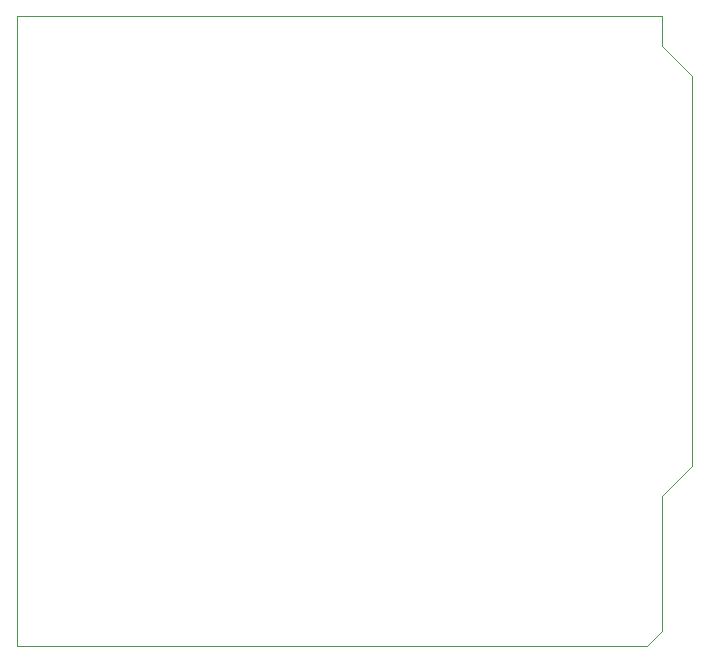
<source format=gbr>
G04 #@! TF.GenerationSoftware,KiCad,Pcbnew,(5.1.5)-2*
G04 #@! TF.CreationDate,2020-02-10T11:52:50+03:00*
G04 #@! TF.ProjectId,dccshield,64636373-6869-4656-9c64-2e6b69636164,rev?*
G04 #@! TF.SameCoordinates,Original*
G04 #@! TF.FileFunction,Profile,NP*
%FSLAX46Y46*%
G04 Gerber Fmt 4.6, Leading zero omitted, Abs format (unit mm)*
G04 Created by KiCad (PCBNEW (5.1.5)-2) date 2020-02-10 11:52:50*
%MOMM*%
%LPD*%
G04 APERTURE LIST*
%ADD10C,0.050000*%
G04 APERTURE END LIST*
D10*
X190500000Y-78740000D02*
X190500000Y-76200000D01*
X193040000Y-81280000D02*
X190500000Y-78740000D01*
X193040000Y-114300000D02*
X193040000Y-81280000D01*
X190500000Y-116840000D02*
X193040000Y-114300000D01*
X190500000Y-128270000D02*
X190500000Y-116840000D01*
X189230000Y-129540000D02*
X190500000Y-128270000D01*
X135890000Y-129540000D02*
X189230000Y-129540000D01*
X135890000Y-76200000D02*
X135890000Y-129540000D01*
X190500000Y-76200000D02*
X135890000Y-76200000D01*
M02*

</source>
